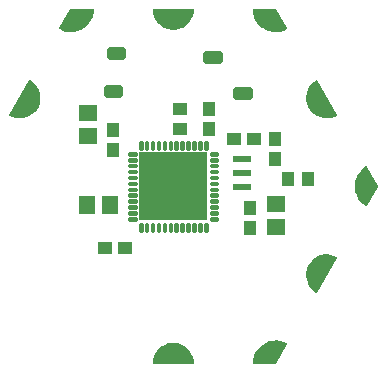
<source format=gbr>
G04 EAGLE Gerber RS-274X export*
G75*
%MOMM*%
%FSLAX34Y34*%
%LPD*%
%INSoldermask Bottom*%
%IPPOS*%
%AMOC8*
5,1,8,0,0,1.08239X$1,22.5*%
G01*
%ADD10R,1.101600X1.201600*%
%ADD11R,1.601600X1.401600*%
%ADD12C,0.225016*%
%ADD13R,5.801588X5.801588*%
%ADD14R,1.501597X0.501600*%
%ADD15R,1.201600X1.101600*%
%ADD16R,1.401600X1.601600*%
%ADD17C,0.605878*%
%ADD18C,1.101600*%

G36*
X363231Y195709D02*
X363231Y195709D01*
X363260Y195706D01*
X363327Y195728D01*
X363397Y195742D01*
X363421Y195759D01*
X363449Y195768D01*
X363502Y195815D01*
X363561Y195855D01*
X363577Y195879D01*
X363599Y195899D01*
X363630Y195963D01*
X363668Y196022D01*
X363673Y196051D01*
X363685Y196077D01*
X363694Y196177D01*
X363701Y196219D01*
X363698Y196229D01*
X363700Y196243D01*
X363468Y199041D01*
X363458Y199075D01*
X363454Y199123D01*
X362765Y201844D01*
X362750Y201876D01*
X362738Y201922D01*
X361610Y204494D01*
X361590Y204522D01*
X361571Y204566D01*
X360035Y206917D01*
X360011Y206941D01*
X359985Y206982D01*
X358083Y209047D01*
X358055Y209068D01*
X358022Y209103D01*
X355807Y210828D01*
X355776Y210843D01*
X355738Y210873D01*
X353268Y212209D01*
X353235Y212219D01*
X353193Y212242D01*
X352007Y212650D01*
X350553Y213149D01*
X350537Y213154D01*
X350503Y213159D01*
X350457Y213174D01*
X347688Y213636D01*
X347653Y213635D01*
X347606Y213643D01*
X344798Y213643D01*
X344764Y213636D01*
X344716Y213636D01*
X341947Y213174D01*
X341914Y213162D01*
X341867Y213154D01*
X339211Y212242D01*
X339181Y212225D01*
X339136Y212209D01*
X336666Y210873D01*
X336640Y210851D01*
X336597Y210828D01*
X334382Y209103D01*
X334359Y209077D01*
X334321Y209047D01*
X332419Y206982D01*
X332401Y206952D01*
X332369Y206917D01*
X330833Y204566D01*
X330820Y204534D01*
X330794Y204494D01*
X329666Y201922D01*
X329659Y201889D01*
X329656Y201882D01*
X329650Y201873D01*
X329649Y201867D01*
X329639Y201844D01*
X328950Y199123D01*
X328948Y199088D01*
X328936Y199041D01*
X328704Y196243D01*
X328708Y196214D01*
X328703Y196185D01*
X328720Y196116D01*
X328728Y196046D01*
X328742Y196020D01*
X328749Y195992D01*
X328791Y195935D01*
X328826Y195873D01*
X328850Y195855D01*
X328867Y195832D01*
X328928Y195796D01*
X328985Y195753D01*
X329013Y195745D01*
X329038Y195730D01*
X329136Y195714D01*
X329177Y195703D01*
X329188Y195705D01*
X329202Y195703D01*
X363202Y195703D01*
X363231Y195709D01*
G37*
G36*
X347640Y478768D02*
X347640Y478768D01*
X347688Y478768D01*
X350457Y479230D01*
X350490Y479242D01*
X350537Y479250D01*
X353193Y480162D01*
X353223Y480179D01*
X353268Y480195D01*
X355738Y481531D01*
X355764Y481553D01*
X355807Y481576D01*
X358022Y483301D01*
X358045Y483327D01*
X358083Y483357D01*
X359985Y485422D01*
X360003Y485452D01*
X360035Y485487D01*
X361571Y487838D01*
X361584Y487870D01*
X361610Y487910D01*
X362738Y490482D01*
X362745Y490515D01*
X362765Y490560D01*
X363454Y493281D01*
X363456Y493316D01*
X363468Y493363D01*
X363700Y496161D01*
X363696Y496190D01*
X363701Y496219D01*
X363685Y496288D01*
X363676Y496358D01*
X363662Y496384D01*
X363655Y496412D01*
X363613Y496469D01*
X363578Y496531D01*
X363554Y496549D01*
X363537Y496572D01*
X363476Y496608D01*
X363419Y496651D01*
X363391Y496659D01*
X363366Y496674D01*
X363268Y496690D01*
X363227Y496701D01*
X363216Y496699D01*
X363202Y496701D01*
X329202Y496701D01*
X329173Y496695D01*
X329144Y496698D01*
X329077Y496676D01*
X329007Y496662D01*
X328983Y496645D01*
X328955Y496636D01*
X328902Y496589D01*
X328843Y496549D01*
X328828Y496525D01*
X328806Y496505D01*
X328774Y496441D01*
X328736Y496382D01*
X328731Y496353D01*
X328719Y496327D01*
X328710Y496227D01*
X328703Y496185D01*
X328706Y496175D01*
X328704Y496161D01*
X328936Y493363D01*
X328946Y493329D01*
X328950Y493281D01*
X329639Y490560D01*
X329654Y490528D01*
X329666Y490482D01*
X330794Y487910D01*
X330814Y487882D01*
X330833Y487838D01*
X332369Y485487D01*
X332393Y485463D01*
X332419Y485422D01*
X334321Y483357D01*
X334349Y483336D01*
X334382Y483301D01*
X336597Y481576D01*
X336628Y481561D01*
X336666Y481531D01*
X339136Y480195D01*
X339169Y480185D01*
X339211Y480162D01*
X341867Y479250D01*
X341901Y479246D01*
X341947Y479230D01*
X344716Y478768D01*
X344751Y478769D01*
X344798Y478761D01*
X347606Y478761D01*
X347640Y478768D01*
G37*
G36*
X476588Y403735D02*
X476588Y403735D01*
X476636Y403732D01*
X479424Y404042D01*
X479457Y404053D01*
X479505Y404058D01*
X482203Y404823D01*
X482233Y404839D01*
X482280Y404852D01*
X484815Y406051D01*
X484839Y406068D01*
X484866Y406078D01*
X484918Y406127D01*
X484975Y406170D01*
X484989Y406195D01*
X485011Y406215D01*
X485039Y406280D01*
X485075Y406342D01*
X485078Y406370D01*
X485090Y406397D01*
X485091Y406468D01*
X485100Y406539D01*
X485092Y406567D01*
X485092Y406596D01*
X485058Y406689D01*
X485046Y406730D01*
X485039Y406739D01*
X485034Y406752D01*
X468034Y436152D01*
X468015Y436174D01*
X468002Y436200D01*
X467949Y436248D01*
X467902Y436301D01*
X467876Y436313D01*
X467854Y436333D01*
X467787Y436356D01*
X467723Y436386D01*
X467694Y436388D01*
X467666Y436397D01*
X467595Y436392D01*
X467524Y436395D01*
X467497Y436385D01*
X467468Y436383D01*
X467378Y436341D01*
X467338Y436326D01*
X467330Y436318D01*
X467317Y436312D01*
X465014Y434713D01*
X464990Y434688D01*
X464950Y434660D01*
X462941Y432703D01*
X462922Y432674D01*
X462887Y432641D01*
X461228Y430380D01*
X461213Y430349D01*
X461184Y430310D01*
X459920Y427807D01*
X459911Y427773D01*
X459889Y427730D01*
X459053Y425053D01*
X459050Y425019D01*
X459035Y424973D01*
X458652Y422194D01*
X458654Y422160D01*
X458648Y422112D01*
X458727Y419309D01*
X458735Y419275D01*
X458736Y419227D01*
X459275Y416475D01*
X459289Y416443D01*
X459298Y416395D01*
X460283Y413770D01*
X460301Y413740D01*
X460318Y413695D01*
X461722Y411267D01*
X461745Y411241D01*
X461769Y411200D01*
X463553Y409036D01*
X463580Y409014D01*
X463611Y408977D01*
X465727Y407136D01*
X465757Y407119D01*
X465793Y407088D01*
X468184Y405620D01*
X468216Y405609D01*
X468257Y405583D01*
X470856Y404530D01*
X470890Y404523D01*
X470935Y404505D01*
X473672Y403894D01*
X473707Y403893D01*
X473754Y403882D01*
X476554Y403730D01*
X476588Y403735D01*
G37*
G36*
X467628Y256013D02*
X467628Y256013D01*
X467699Y256012D01*
X467726Y256023D01*
X467755Y256027D01*
X467817Y256061D01*
X467882Y256089D01*
X467903Y256110D01*
X467928Y256124D01*
X467991Y256200D01*
X468021Y256231D01*
X468025Y256241D01*
X468034Y256252D01*
X485034Y285652D01*
X485043Y285680D01*
X485060Y285704D01*
X485075Y285773D01*
X485097Y285841D01*
X485095Y285870D01*
X485101Y285898D01*
X485088Y285968D01*
X485082Y286039D01*
X485069Y286065D01*
X485063Y286093D01*
X485023Y286152D01*
X484991Y286215D01*
X484968Y286234D01*
X484952Y286258D01*
X484870Y286315D01*
X484837Y286342D01*
X484827Y286345D01*
X484815Y286353D01*
X482280Y287552D01*
X482246Y287560D01*
X482203Y287581D01*
X479505Y288346D01*
X479470Y288348D01*
X479424Y288362D01*
X476636Y288672D01*
X476602Y288669D01*
X476554Y288674D01*
X473754Y288522D01*
X473720Y288513D01*
X473672Y288510D01*
X470935Y287899D01*
X470903Y287885D01*
X470856Y287874D01*
X468257Y286821D01*
X468228Y286802D01*
X468184Y286784D01*
X465793Y285317D01*
X465768Y285293D01*
X465727Y285268D01*
X463611Y283427D01*
X463590Y283400D01*
X463553Y283368D01*
X461769Y281205D01*
X461753Y281174D01*
X461722Y281137D01*
X460318Y278709D01*
X460307Y278676D01*
X460300Y278663D01*
X460290Y278649D01*
X460290Y278646D01*
X460283Y278634D01*
X459298Y276009D01*
X459292Y275974D01*
X459275Y275929D01*
X458736Y273177D01*
X458736Y273143D01*
X458727Y273095D01*
X458648Y270292D01*
X458654Y270258D01*
X458652Y270210D01*
X459035Y267431D01*
X459047Y267399D01*
X459053Y267351D01*
X459889Y264674D01*
X459906Y264643D01*
X459920Y264597D01*
X461184Y262094D01*
X461206Y262067D01*
X461228Y262024D01*
X462887Y259763D01*
X462913Y259740D01*
X462941Y259701D01*
X464950Y257744D01*
X464979Y257725D01*
X465014Y257691D01*
X467317Y256092D01*
X467344Y256080D01*
X467367Y256062D01*
X467435Y256041D01*
X467500Y256013D01*
X467529Y256013D01*
X467557Y256005D01*
X467628Y256013D01*
G37*
G36*
X218650Y403882D02*
X218650Y403882D01*
X218684Y403891D01*
X218732Y403894D01*
X221469Y404505D01*
X221501Y404519D01*
X221548Y404530D01*
X224147Y405583D01*
X224176Y405602D01*
X224220Y405620D01*
X226611Y407088D01*
X226636Y407111D01*
X226677Y407136D01*
X228793Y408977D01*
X228814Y409004D01*
X228851Y409036D01*
X230635Y411200D01*
X230651Y411230D01*
X230682Y411267D01*
X232086Y413695D01*
X232097Y413728D01*
X232121Y413770D01*
X233106Y416395D01*
X233112Y416430D01*
X233129Y416475D01*
X233668Y419227D01*
X233668Y419262D01*
X233677Y419309D01*
X233756Y422112D01*
X233751Y422146D01*
X233752Y422194D01*
X233369Y424973D01*
X233357Y425005D01*
X233351Y425053D01*
X232515Y427730D01*
X232498Y427761D01*
X232484Y427807D01*
X231220Y430310D01*
X231198Y430337D01*
X231176Y430380D01*
X229517Y432641D01*
X229491Y432664D01*
X229463Y432703D01*
X227454Y434660D01*
X227425Y434679D01*
X227390Y434713D01*
X225087Y436312D01*
X225060Y436324D01*
X225037Y436342D01*
X224969Y436363D01*
X224904Y436391D01*
X224875Y436391D01*
X224847Y436399D01*
X224776Y436391D01*
X224705Y436392D01*
X224678Y436381D01*
X224649Y436377D01*
X224587Y436343D01*
X224522Y436315D01*
X224501Y436294D01*
X224476Y436280D01*
X224413Y436204D01*
X224383Y436173D01*
X224379Y436163D01*
X224370Y436152D01*
X207370Y406752D01*
X207361Y406724D01*
X207344Y406700D01*
X207329Y406631D01*
X207307Y406563D01*
X207309Y406534D01*
X207303Y406506D01*
X207316Y406436D01*
X207322Y406365D01*
X207335Y406339D01*
X207341Y406311D01*
X207381Y406252D01*
X207413Y406189D01*
X207436Y406170D01*
X207452Y406146D01*
X207534Y406089D01*
X207567Y406062D01*
X207577Y406059D01*
X207589Y406051D01*
X210124Y404852D01*
X210158Y404844D01*
X210201Y404823D01*
X212899Y404058D01*
X212934Y404056D01*
X212980Y404042D01*
X215768Y403732D01*
X215802Y403735D01*
X215850Y403730D01*
X218650Y403882D01*
G37*
G36*
X509929Y329213D02*
X509929Y329213D01*
X510000Y329213D01*
X510027Y329224D01*
X510056Y329227D01*
X510118Y329262D01*
X510183Y329290D01*
X510204Y329310D01*
X510229Y329325D01*
X510292Y329402D01*
X510322Y329432D01*
X510326Y329442D01*
X510335Y329453D01*
X519835Y345953D01*
X519845Y345985D01*
X519854Y345998D01*
X519858Y346022D01*
X519859Y346026D01*
X519890Y346096D01*
X519890Y346120D01*
X519898Y346142D01*
X519892Y346218D01*
X519893Y346295D01*
X519883Y346319D01*
X519882Y346340D01*
X519861Y346379D01*
X519835Y346451D01*
X510335Y362951D01*
X510316Y362973D01*
X510303Y362999D01*
X510250Y363047D01*
X510203Y363100D01*
X510177Y363113D01*
X510156Y363132D01*
X510088Y363155D01*
X510024Y363186D01*
X509995Y363188D01*
X509968Y363197D01*
X509896Y363192D01*
X509825Y363195D01*
X509798Y363185D01*
X509769Y363183D01*
X509679Y363141D01*
X509639Y363126D01*
X509631Y363119D01*
X509618Y363113D01*
X507095Y361371D01*
X507071Y361347D01*
X507033Y361320D01*
X504821Y359196D01*
X504802Y359168D01*
X504768Y359136D01*
X502926Y356685D01*
X502912Y356654D01*
X502883Y356617D01*
X501458Y353902D01*
X501449Y353871D01*
X501433Y353846D01*
X501432Y353838D01*
X501427Y353828D01*
X500456Y350920D01*
X500452Y350886D01*
X500437Y350842D01*
X499945Y347815D01*
X499946Y347781D01*
X499938Y347735D01*
X499938Y344669D01*
X499939Y344665D01*
X499939Y344663D01*
X499945Y344636D01*
X499945Y344589D01*
X500437Y341562D01*
X500449Y341531D01*
X500456Y341484D01*
X501427Y338576D01*
X501444Y338547D01*
X501458Y338502D01*
X502883Y335787D01*
X502905Y335761D01*
X502926Y335719D01*
X504768Y333268D01*
X504793Y333245D01*
X504821Y333208D01*
X507033Y331084D01*
X507061Y331066D01*
X507095Y331033D01*
X509618Y329291D01*
X509645Y329280D01*
X509667Y329261D01*
X509736Y329241D01*
X509801Y329213D01*
X509830Y329213D01*
X509858Y329205D01*
X509929Y329213D01*
G37*
G36*
X432878Y195718D02*
X432878Y195718D01*
X432956Y195727D01*
X432975Y195738D01*
X432997Y195742D01*
X433061Y195786D01*
X433129Y195825D01*
X433145Y195844D01*
X433161Y195855D01*
X433185Y195893D01*
X433235Y195953D01*
X442735Y212453D01*
X442744Y212480D01*
X442760Y212504D01*
X442775Y212574D01*
X442798Y212642D01*
X442795Y212670D01*
X442801Y212698D01*
X442788Y212769D01*
X442782Y212840D01*
X442769Y212865D01*
X442763Y212893D01*
X442723Y212953D01*
X442690Y213016D01*
X442668Y213034D01*
X442652Y213058D01*
X442569Y213116D01*
X442537Y213143D01*
X442526Y213146D01*
X442516Y213153D01*
X439750Y214462D01*
X439717Y214470D01*
X439674Y214490D01*
X436734Y215338D01*
X436700Y215341D01*
X436656Y215354D01*
X433618Y215719D01*
X433584Y215716D01*
X433537Y215722D01*
X430480Y215595D01*
X430447Y215587D01*
X430400Y215586D01*
X427403Y214970D01*
X427372Y214957D01*
X427326Y214948D01*
X424466Y213859D01*
X424438Y213841D01*
X424394Y213825D01*
X421746Y212291D01*
X421720Y212269D01*
X421680Y212246D01*
X419312Y210308D01*
X419290Y210281D01*
X419254Y210252D01*
X417227Y207959D01*
X417211Y207930D01*
X417179Y207895D01*
X415547Y205307D01*
X415535Y205275D01*
X415510Y205236D01*
X414314Y202419D01*
X414307Y202386D01*
X414304Y202379D01*
X414300Y202373D01*
X414299Y202367D01*
X414288Y202343D01*
X413560Y199371D01*
X413558Y199337D01*
X413547Y199292D01*
X413304Y196242D01*
X413308Y196213D01*
X413303Y196185D01*
X413320Y196116D01*
X413328Y196044D01*
X413343Y196020D01*
X413349Y195992D01*
X413392Y195934D01*
X413428Y195872D01*
X413450Y195855D01*
X413467Y195832D01*
X413529Y195795D01*
X413586Y195752D01*
X413614Y195745D01*
X413638Y195730D01*
X413738Y195714D01*
X413779Y195703D01*
X413789Y195705D01*
X413802Y195703D01*
X432802Y195703D01*
X432878Y195718D01*
G37*
G36*
X433571Y476687D02*
X433571Y476687D01*
X433618Y476685D01*
X436656Y477050D01*
X436688Y477061D01*
X436734Y477066D01*
X439674Y477914D01*
X439704Y477930D01*
X439750Y477942D01*
X442516Y479251D01*
X442538Y479268D01*
X442565Y479278D01*
X442617Y479327D01*
X442675Y479370D01*
X442689Y479395D01*
X442710Y479414D01*
X442739Y479480D01*
X442775Y479542D01*
X442778Y479570D01*
X442790Y479596D01*
X442791Y479668D01*
X442800Y479739D01*
X442792Y479766D01*
X442793Y479795D01*
X442757Y479890D01*
X442746Y479930D01*
X442739Y479939D01*
X442735Y479951D01*
X433235Y496451D01*
X433183Y496510D01*
X433137Y496572D01*
X433118Y496583D01*
X433103Y496600D01*
X433033Y496634D01*
X432966Y496674D01*
X432942Y496678D01*
X432924Y496686D01*
X432879Y496688D01*
X432802Y496701D01*
X413802Y496701D01*
X413774Y496696D01*
X413746Y496698D01*
X413678Y496676D01*
X413607Y496662D01*
X413584Y496646D01*
X413557Y496637D01*
X413502Y496590D01*
X413443Y496549D01*
X413428Y496525D01*
X413407Y496507D01*
X413375Y496442D01*
X413336Y496382D01*
X413331Y496354D01*
X413319Y496328D01*
X413310Y496227D01*
X413303Y496185D01*
X413305Y496175D01*
X413304Y496162D01*
X413547Y493112D01*
X413556Y493080D01*
X413560Y493033D01*
X414288Y490061D01*
X414303Y490030D01*
X414314Y489985D01*
X415510Y487168D01*
X415529Y487140D01*
X415547Y487097D01*
X417179Y484509D01*
X417203Y484485D01*
X417227Y484445D01*
X419254Y482152D01*
X419281Y482132D01*
X419312Y482096D01*
X421680Y480158D01*
X421710Y480142D01*
X421746Y480113D01*
X424394Y478580D01*
X424426Y478569D01*
X424466Y478545D01*
X427326Y477457D01*
X427359Y477451D01*
X427403Y477434D01*
X430400Y476818D01*
X430434Y476818D01*
X430480Y476809D01*
X433537Y476682D01*
X433571Y476687D01*
G37*
G36*
X261924Y476809D02*
X261924Y476809D01*
X261957Y476817D01*
X262004Y476818D01*
X265001Y477434D01*
X265032Y477447D01*
X265078Y477457D01*
X267938Y478545D01*
X267967Y478563D01*
X268010Y478580D01*
X270658Y480113D01*
X270684Y480135D01*
X270725Y480158D01*
X273092Y482096D01*
X273114Y482123D01*
X273150Y482152D01*
X275177Y484445D01*
X275194Y484474D01*
X275225Y484509D01*
X276857Y487097D01*
X276869Y487129D01*
X276894Y487168D01*
X278090Y489985D01*
X278097Y490018D01*
X278116Y490061D01*
X278844Y493033D01*
X278846Y493067D01*
X278857Y493112D01*
X279100Y496162D01*
X279096Y496191D01*
X279101Y496219D01*
X279084Y496288D01*
X279076Y496360D01*
X279062Y496384D01*
X279055Y496412D01*
X279012Y496470D01*
X278977Y496532D01*
X278954Y496549D01*
X278937Y496572D01*
X278875Y496609D01*
X278818Y496652D01*
X278790Y496659D01*
X278766Y496674D01*
X278666Y496690D01*
X278625Y496701D01*
X278615Y496699D01*
X278602Y496701D01*
X259602Y496701D01*
X259526Y496686D01*
X259448Y496677D01*
X259429Y496666D01*
X259407Y496662D01*
X259343Y496618D01*
X259275Y496579D01*
X259259Y496560D01*
X259243Y496549D01*
X259219Y496511D01*
X259169Y496451D01*
X249669Y479951D01*
X249660Y479924D01*
X249644Y479900D01*
X249629Y479830D01*
X249606Y479762D01*
X249609Y479734D01*
X249603Y479706D01*
X249617Y479636D01*
X249622Y479564D01*
X249635Y479539D01*
X249641Y479511D01*
X249681Y479451D01*
X249714Y479388D01*
X249736Y479370D01*
X249752Y479346D01*
X249835Y479288D01*
X249867Y479261D01*
X249878Y479258D01*
X249889Y479251D01*
X252655Y477942D01*
X252688Y477934D01*
X252730Y477914D01*
X255670Y477066D01*
X255704Y477063D01*
X255748Y477050D01*
X258786Y476685D01*
X258820Y476688D01*
X258867Y476682D01*
X261924Y476809D01*
G37*
D10*
X432090Y369521D03*
X432090Y386521D03*
D11*
X433333Y312154D03*
X433333Y331154D03*
D12*
X377819Y373069D02*
X377819Y374335D01*
X383585Y374335D01*
X383585Y373069D01*
X377819Y373069D01*
X377819Y369335D02*
X377819Y368069D01*
X377819Y369335D02*
X383585Y369335D01*
X383585Y368069D01*
X377819Y368069D01*
X377819Y364335D02*
X377819Y363069D01*
X377819Y364335D02*
X383585Y364335D01*
X383585Y363069D01*
X377819Y363069D01*
X377819Y359335D02*
X377819Y358069D01*
X377819Y359335D02*
X383585Y359335D01*
X383585Y358069D01*
X377819Y358069D01*
X377819Y354335D02*
X377819Y353069D01*
X377819Y354335D02*
X383585Y354335D01*
X383585Y353069D01*
X377819Y353069D01*
X377819Y349335D02*
X377819Y348069D01*
X377819Y349335D02*
X383585Y349335D01*
X383585Y348069D01*
X377819Y348069D01*
X377819Y344335D02*
X377819Y343069D01*
X377819Y344335D02*
X383585Y344335D01*
X383585Y343069D01*
X377819Y343069D01*
X377819Y339335D02*
X377819Y338069D01*
X377819Y339335D02*
X383585Y339335D01*
X383585Y338069D01*
X377819Y338069D01*
X377819Y334335D02*
X377819Y333069D01*
X377819Y334335D02*
X383585Y334335D01*
X383585Y333069D01*
X377819Y333069D01*
X377819Y329335D02*
X377819Y328069D01*
X377819Y329335D02*
X383585Y329335D01*
X383585Y328069D01*
X377819Y328069D01*
X377819Y324335D02*
X377819Y323069D01*
X377819Y324335D02*
X383585Y324335D01*
X383585Y323069D01*
X377819Y323069D01*
X377819Y319335D02*
X377819Y318069D01*
X377819Y319335D02*
X383585Y319335D01*
X383585Y318069D01*
X377819Y318069D01*
X374335Y314585D02*
X373069Y314585D01*
X374335Y314585D02*
X374335Y308819D01*
X373069Y308819D01*
X373069Y314585D01*
X373069Y310956D02*
X374335Y310956D01*
X374335Y313093D02*
X373069Y313093D01*
X369335Y314585D02*
X368069Y314585D01*
X369335Y314585D02*
X369335Y308819D01*
X368069Y308819D01*
X368069Y314585D01*
X368069Y310956D02*
X369335Y310956D01*
X369335Y313093D02*
X368069Y313093D01*
X364335Y314585D02*
X363069Y314585D01*
X364335Y314585D02*
X364335Y308819D01*
X363069Y308819D01*
X363069Y314585D01*
X363069Y310956D02*
X364335Y310956D01*
X364335Y313093D02*
X363069Y313093D01*
X359335Y314585D02*
X358069Y314585D01*
X359335Y314585D02*
X359335Y308819D01*
X358069Y308819D01*
X358069Y314585D01*
X358069Y310956D02*
X359335Y310956D01*
X359335Y313093D02*
X358069Y313093D01*
X354335Y314585D02*
X353069Y314585D01*
X354335Y314585D02*
X354335Y308819D01*
X353069Y308819D01*
X353069Y314585D01*
X353069Y310956D02*
X354335Y310956D01*
X354335Y313093D02*
X353069Y313093D01*
X349335Y314585D02*
X348069Y314585D01*
X349335Y314585D02*
X349335Y308819D01*
X348069Y308819D01*
X348069Y314585D01*
X348069Y310956D02*
X349335Y310956D01*
X349335Y313093D02*
X348069Y313093D01*
X344335Y314585D02*
X343069Y314585D01*
X344335Y314585D02*
X344335Y308819D01*
X343069Y308819D01*
X343069Y314585D01*
X343069Y310956D02*
X344335Y310956D01*
X344335Y313093D02*
X343069Y313093D01*
X339335Y314585D02*
X338069Y314585D01*
X339335Y314585D02*
X339335Y308819D01*
X338069Y308819D01*
X338069Y314585D01*
X338069Y310956D02*
X339335Y310956D01*
X339335Y313093D02*
X338069Y313093D01*
X334335Y314585D02*
X333069Y314585D01*
X334335Y314585D02*
X334335Y308819D01*
X333069Y308819D01*
X333069Y314585D01*
X333069Y310956D02*
X334335Y310956D01*
X334335Y313093D02*
X333069Y313093D01*
X329335Y314585D02*
X328069Y314585D01*
X329335Y314585D02*
X329335Y308819D01*
X328069Y308819D01*
X328069Y314585D01*
X328069Y310956D02*
X329335Y310956D01*
X329335Y313093D02*
X328069Y313093D01*
X324335Y314585D02*
X323069Y314585D01*
X324335Y314585D02*
X324335Y308819D01*
X323069Y308819D01*
X323069Y314585D01*
X323069Y310956D02*
X324335Y310956D01*
X324335Y313093D02*
X323069Y313093D01*
X319335Y314585D02*
X318069Y314585D01*
X319335Y314585D02*
X319335Y308819D01*
X318069Y308819D01*
X318069Y314585D01*
X318069Y310956D02*
X319335Y310956D01*
X319335Y313093D02*
X318069Y313093D01*
X314585Y318069D02*
X314585Y319335D01*
X314585Y318069D02*
X308819Y318069D01*
X308819Y319335D01*
X314585Y319335D01*
X314585Y323069D02*
X314585Y324335D01*
X314585Y323069D02*
X308819Y323069D01*
X308819Y324335D01*
X314585Y324335D01*
X314585Y328069D02*
X314585Y329335D01*
X314585Y328069D02*
X308819Y328069D01*
X308819Y329335D01*
X314585Y329335D01*
X314585Y333069D02*
X314585Y334335D01*
X314585Y333069D02*
X308819Y333069D01*
X308819Y334335D01*
X314585Y334335D01*
X314585Y338069D02*
X314585Y339335D01*
X314585Y338069D02*
X308819Y338069D01*
X308819Y339335D01*
X314585Y339335D01*
X314585Y343069D02*
X314585Y344335D01*
X314585Y343069D02*
X308819Y343069D01*
X308819Y344335D01*
X314585Y344335D01*
X314585Y348069D02*
X314585Y349335D01*
X314585Y348069D02*
X308819Y348069D01*
X308819Y349335D01*
X314585Y349335D01*
X314585Y353069D02*
X314585Y354335D01*
X314585Y353069D02*
X308819Y353069D01*
X308819Y354335D01*
X314585Y354335D01*
X314585Y358069D02*
X314585Y359335D01*
X314585Y358069D02*
X308819Y358069D01*
X308819Y359335D01*
X314585Y359335D01*
X314585Y363069D02*
X314585Y364335D01*
X314585Y363069D02*
X308819Y363069D01*
X308819Y364335D01*
X314585Y364335D01*
X314585Y368069D02*
X314585Y369335D01*
X314585Y368069D02*
X308819Y368069D01*
X308819Y369335D01*
X314585Y369335D01*
X314585Y373069D02*
X314585Y374335D01*
X314585Y373069D02*
X308819Y373069D01*
X308819Y374335D01*
X314585Y374335D01*
X318069Y377819D02*
X319335Y377819D01*
X318069Y377819D02*
X318069Y383585D01*
X319335Y383585D01*
X319335Y377819D01*
X319335Y379956D02*
X318069Y379956D01*
X318069Y382093D02*
X319335Y382093D01*
X323069Y377819D02*
X324335Y377819D01*
X323069Y377819D02*
X323069Y383585D01*
X324335Y383585D01*
X324335Y377819D01*
X324335Y379956D02*
X323069Y379956D01*
X323069Y382093D02*
X324335Y382093D01*
X328069Y377819D02*
X329335Y377819D01*
X328069Y377819D02*
X328069Y383585D01*
X329335Y383585D01*
X329335Y377819D01*
X329335Y379956D02*
X328069Y379956D01*
X328069Y382093D02*
X329335Y382093D01*
X333069Y377819D02*
X334335Y377819D01*
X333069Y377819D02*
X333069Y383585D01*
X334335Y383585D01*
X334335Y377819D01*
X334335Y379956D02*
X333069Y379956D01*
X333069Y382093D02*
X334335Y382093D01*
X338069Y377819D02*
X339335Y377819D01*
X338069Y377819D02*
X338069Y383585D01*
X339335Y383585D01*
X339335Y377819D01*
X339335Y379956D02*
X338069Y379956D01*
X338069Y382093D02*
X339335Y382093D01*
X343069Y377819D02*
X344335Y377819D01*
X343069Y377819D02*
X343069Y383585D01*
X344335Y383585D01*
X344335Y377819D01*
X344335Y379956D02*
X343069Y379956D01*
X343069Y382093D02*
X344335Y382093D01*
X348069Y377819D02*
X349335Y377819D01*
X348069Y377819D02*
X348069Y383585D01*
X349335Y383585D01*
X349335Y377819D01*
X349335Y379956D02*
X348069Y379956D01*
X348069Y382093D02*
X349335Y382093D01*
X353069Y377819D02*
X354335Y377819D01*
X353069Y377819D02*
X353069Y383585D01*
X354335Y383585D01*
X354335Y377819D01*
X354335Y379956D02*
X353069Y379956D01*
X353069Y382093D02*
X354335Y382093D01*
X358069Y377819D02*
X359335Y377819D01*
X358069Y377819D02*
X358069Y383585D01*
X359335Y383585D01*
X359335Y377819D01*
X359335Y379956D02*
X358069Y379956D01*
X358069Y382093D02*
X359335Y382093D01*
X363069Y377819D02*
X364335Y377819D01*
X363069Y377819D02*
X363069Y383585D01*
X364335Y383585D01*
X364335Y377819D01*
X364335Y379956D02*
X363069Y379956D01*
X363069Y382093D02*
X364335Y382093D01*
X368069Y377819D02*
X369335Y377819D01*
X368069Y377819D02*
X368069Y383585D01*
X369335Y383585D01*
X369335Y377819D01*
X369335Y379956D02*
X368069Y379956D01*
X368069Y382093D02*
X369335Y382093D01*
X373069Y377819D02*
X374335Y377819D01*
X373069Y377819D02*
X373069Y383585D01*
X374335Y383585D01*
X374335Y377819D01*
X374335Y379956D02*
X373069Y379956D01*
X373069Y382093D02*
X374335Y382093D01*
D13*
X346202Y346202D03*
D14*
X404335Y369360D03*
X404335Y357360D03*
X404335Y345360D03*
D15*
X352100Y411972D03*
X352100Y394972D03*
D16*
X292319Y330642D03*
X273319Y330642D03*
D11*
X273873Y388889D03*
X273873Y407889D03*
D10*
X411076Y310694D03*
X411076Y327694D03*
X376677Y394870D03*
X376677Y411870D03*
X295476Y377115D03*
X295476Y394115D03*
D15*
X288568Y293909D03*
X305568Y293909D03*
X397659Y386474D03*
X414659Y386474D03*
D10*
X460097Y352207D03*
X443097Y352207D03*
D17*
X300627Y424749D02*
X289669Y424749D01*
X289669Y429707D01*
X300627Y429707D01*
X300627Y424749D01*
X303167Y461457D02*
X292209Y461457D01*
X303167Y461457D02*
X303167Y456499D01*
X292209Y456499D01*
X292209Y461457D01*
X373997Y458409D02*
X384955Y458409D01*
X384955Y453451D01*
X373997Y453451D01*
X373997Y458409D01*
X399555Y427370D02*
X410513Y427370D01*
X410513Y422412D01*
X399555Y422412D01*
X399555Y427370D01*
D18*
X428802Y489302D03*
X511402Y346202D03*
X428802Y203102D03*
X263602Y489302D03*
X470102Y417702D03*
X470102Y274702D03*
X346202Y203102D03*
X222302Y417702D03*
X346202Y489302D03*
M02*

</source>
